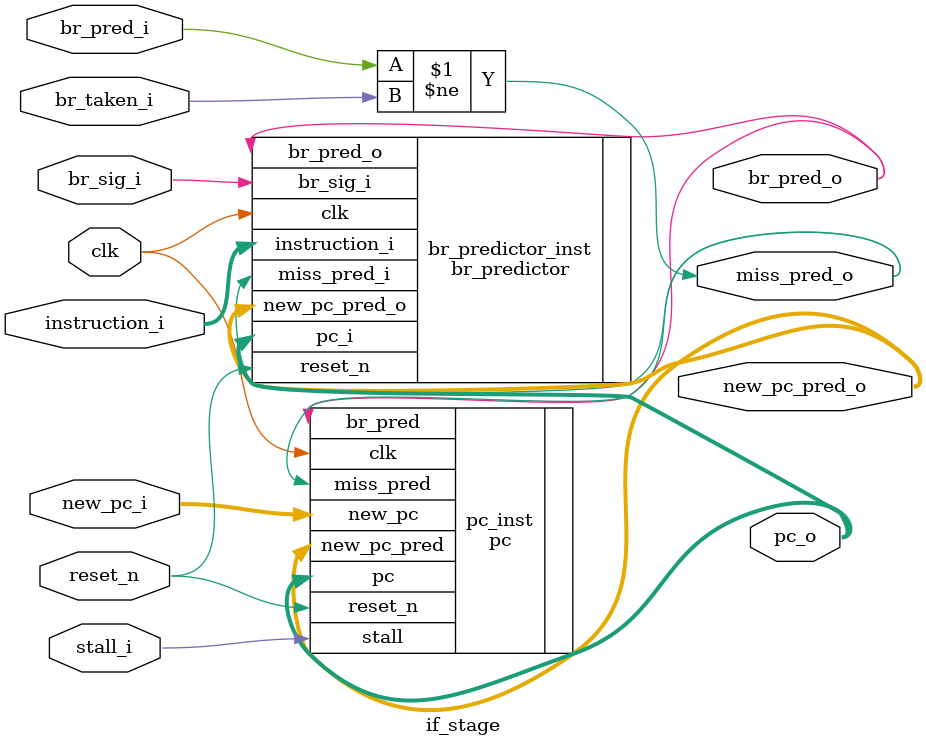
<source format=v>
module if_stage (
    input wire reset_n, clk,

    input wire [31:0] new_pc_i,
    input wire [31:0] instruction_i,
    input wire br_taken_i,
    input wire br_sig_i,
    input wire br_pred_i,
    input wire stall_i,

    output wire [31:0] pc_o,
    output wire br_pred_o,
    output wire [31:0] new_pc_pred_o,
    output wire miss_pred_o
);

    assign miss_pred_o = br_pred_i != br_taken_i;

    pc pc_inst (
        .reset_n(reset_n),
        .clk(clk),

        .new_pc(new_pc_i),
        .br_pred(br_pred_o),
        .new_pc_pred(new_pc_pred_o),
        .miss_pred(miss_pred_o),
        .stall(stall_i),

        .pc(pc_o)
    );

    br_predictor br_predictor_inst (
        .clk(clk),
        .reset_n(reset_n),

        .instruction_i(instruction_i),
        .pc_i(pc_o),
        .br_sig_i(br_sig_i),
        .miss_pred_i(miss_pred_o),

        .br_pred_o(br_pred_o),
        .new_pc_pred_o(new_pc_pred_o)
    );

endmodule
</source>
